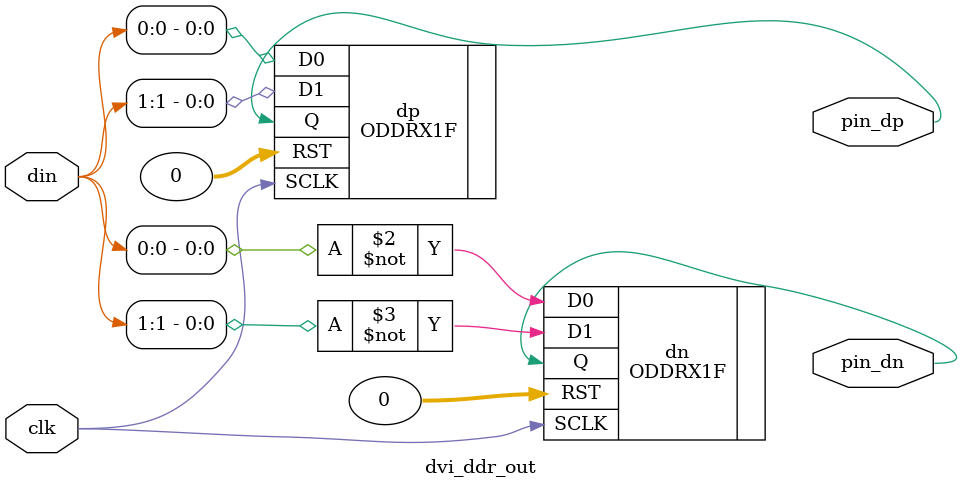
<source format=sv>

`default_nettype none

module dvi_backend (
	input pixclk,
	input pixclk5x,

	// TMDS33 outputs at pixclk5x DDR
	output wire [3:0]pin_dvi_dp,
	output wire [3:0]pin_dvi_dn,

	// RGB data input at pixclk
	input wire hsync,
	input wire vsync,
	input wire active,
	input wire [7:0]red,
	input wire [7:0]grn,
	input wire [7:0]blu
	);

wire [3:0]dvi_dp;
wire [3:0]dvi_dn;

wire [9:0] ch0, ch1, ch2;

reg [9:0]ch3 = 10'b0000011111;

dvi_encoder enc2(
	.clk(pixclk),
	.din(red),
	.ctrl(0),
	.active(active),
	.dout(ch2));

dvi_encoder enc1(
	.clk(pixclk),
	.active(active),
	.din(grn),
	.ctrl(0),
	.dout(ch1));

dvi_encoder enc0(
	.clk(pixclk),
	.active(active),
	.din(blu),
	.ctrl({vsync,hsync}),
	.dout(ch0));

// shift registers
reg [9:0]ch0s;
reg [9:0]ch1s;
reg [9:0]ch2s;
reg [9:0]ch3s;

reg [4:0]cycle = 5'b00001;

// TODO ideally cycle[0] would occur on the 4th
// pixclk5x tick within every pixclk
//
always_ff @(posedge pixclk5x) begin
	cycle <= { cycle[0], cycle[4:1] };
	ch0s <= cycle[0] ? ch0 : { 2'b0, ch0s[9:2] };
	ch1s <= cycle[0] ? ch1 : { 2'b0, ch1s[9:2] };
	ch2s <= cycle[0] ? ch2 : { 2'b0, ch2s[9:2] };
	ch3s <= cycle[0] ? ch3 : { 2'b0, ch3s[9:2] };
end

dvi_ddr_out ddo0 (
	.clk(pixclk5x),
	.din(ch0s[1:0]),
	.pin_dp(pin_dvi_dp[0]),
	.pin_dn(pin_dvi_dn[0]));

dvi_ddr_out ddo1 (
	.clk(pixclk5x),
	.din(ch1s[1:0]),
	.pin_dp(pin_dvi_dp[1]),
	.pin_dn(pin_dvi_dn[1]));

dvi_ddr_out ddo2 (
	.clk(pixclk5x),
	.din(ch2s[1:0]),
	.pin_dp(pin_dvi_dp[2]),
	.pin_dn(pin_dvi_dn[2]));

dvi_ddr_out ddo3 (
	.clk(pixclk5x),
	.din(ch3s[1:0]),
	.pin_dp(pin_dvi_dp[3]),
	.pin_dn(pin_dvi_dn[3]));

endmodule

module dvi_ddr_out(
	input wire clk,
	input wire [1:0]din,
	output wire pin_dp,
	output wire pin_dn
);

`ifndef verilator
ODDRX1F dp(
	.D0(din[0]),
	.D1(din[1]),
	.Q(pin_dp),
	.SCLK(clk),
	.RST(0));

ODDRX1F dn(
	.D0(~din[0]),
	.D1(~din[1]),
	.Q(pin_dn),
	.SCLK(clk),
	.RST(0));
`endif

endmodule


</source>
